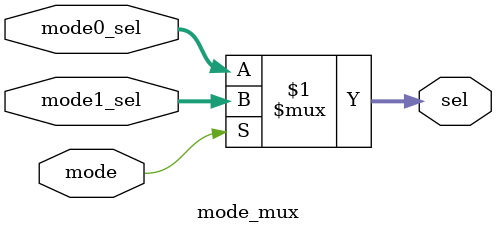
<source format=sv>
module decoder_multi_protocol (
    input wire aclk,                  // 时钟信号
    input wire aresetn,               // 复位信号，低电平有效
    
    // AXI-Stream输入接口
    input wire [15:0] s_axis_tdata,   // 输入数据，包含地址信息
    input wire s_axis_tvalid,         // 输入数据有效信号
    input wire s_axis_tlast,          // 输入数据结束信号
    output wire s_axis_tready,        // 输入就绪信号
    
    // AXI-Stream输出接口
    output wire [3:0] m_axis_tdata,   // 输出选择信号
    output wire m_axis_tvalid,        // 输出数据有效信号
    output wire m_axis_tlast,         // 输出数据结束信号
    input wire m_axis_tready          // 输出就绪信号
);
    // 内部信号
    reg [15:0] addr_reg;              // 存储地址的寄存器
    reg mode_reg;                     // 存储模式的寄存器
    wire [3:0] mode0_sel;
    wire [3:0] mode1_sel;
    wire [3:0] sel;
    reg processing;                   // 处理状态指示
    reg tlast_reg;                    // 存储tlast信号
    
    // 输入握手和数据捕获逻辑
    assign s_axis_tready = !processing || m_axis_tready;
    
    always @(posedge aclk or negedge aresetn) begin
        if (!aresetn) begin
            addr_reg <= 16'h0;
            mode_reg <= 1'b0;
            processing <= 1'b0;
            tlast_reg <= 1'b0;
        end else begin
            if (s_axis_tvalid && s_axis_tready) begin
                addr_reg <= s_axis_tdata;      // 捕获地址
                mode_reg <= s_axis_tdata[15];  // 使用最高位作为模式选择
                tlast_reg <= s_axis_tlast;
                processing <= 1'b1;
            end else if (m_axis_tvalid && m_axis_tready) begin
                processing <= 1'b0;
            end
        end
    end
    
    // 模式0解码器实例
    mode0_decoder mode0_inst (
        .addr(addr_reg),
        .sel(mode0_sel)
    );
    
    // 模式1解码器实例
    mode1_decoder mode1_inst (
        .addr(addr_reg),
        .sel(mode1_sel)
    );
    
    // 模式选择多路复用器
    mode_mux mode_selector (
        .mode(mode_reg),
        .mode0_sel(mode0_sel),
        .mode1_sel(mode1_sel),
        .sel(sel)
    );
    
    // 输出握手逻辑
    assign m_axis_tdata = sel;
    assign m_axis_tvalid = processing;
    assign m_axis_tlast = tlast_reg;
    
endmodule

// 模式0解码器子模块 - 高4位匹配检测
module mode0_decoder (
    input wire [15:0] addr,
    output wire [3:0] sel
);
    // 参数定义
    localparam MATCH_VALUE = 4'ha;
    
    // 高4位匹配逻辑
    wire match;
    assign match = (addr[15:12] == MATCH_VALUE);
    
    // 输出选择逻辑
    assign sel = match ? addr[3:0] : 4'b0000;
    
endmodule

// 模式1解码器子模块 - 中间4位匹配检测
module mode1_decoder (
    input wire [15:0] addr,
    output wire [3:0] sel
);
    // 参数定义
    localparam MATCH_VALUE = 4'h5;
    
    // 中间4位匹配逻辑
    wire match;
    assign match = (addr[7:4] == MATCH_VALUE);
    
    // 输出选择逻辑
    assign sel = match ? addr[3:0] : 4'b0000;
    
endmodule

// 模式选择多路复用器子模块
module mode_mux (
    input wire mode,
    input wire [3:0] mode0_sel,
    input wire [3:0] mode1_sel,
    output wire [3:0] sel
);
    // 基于模式选择输出
    assign sel = mode ? mode1_sel : mode0_sel;
    
endmodule
</source>
